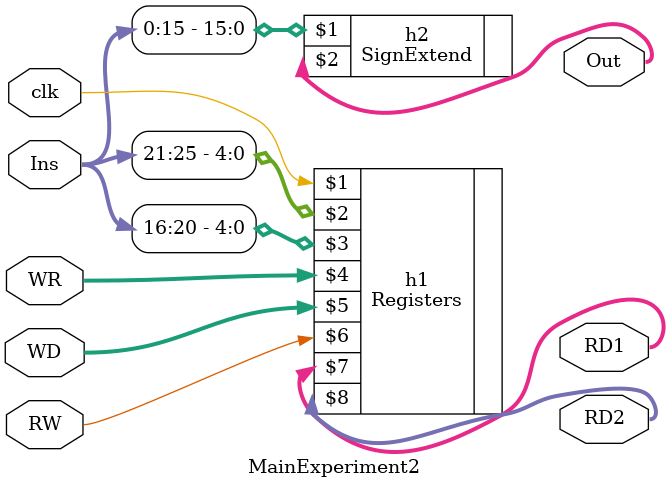
<source format=v>
`timescale 1ns / 1ps
module MainExperiment2(clk,Ins,WR,WD,RW,RD1,RD2,Out
    );
	 input clk;
input [0:31] Ins;
input [0:4] WR;
input [0:31] WD;
input RW;
output [0:31] RD1,RD2;
output [0:31] Out;
	

	Registers h1(clk,Ins[21:25],Ins[16:20],WR,WD,RW,RD1,RD2);
	 SignExtend h2(Ins[0:15],Out);
	 


endmodule

</source>
